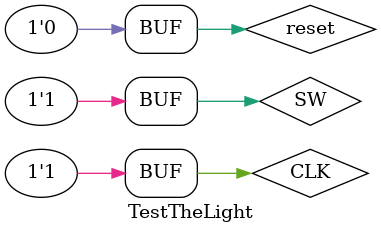
<source format=v>
`timescale 1ns / 1ps


module TestTheLight;

	// Inputs
	reg CLK;
	reg SW;
	reg reset;

	// Outputs
	wire out1;
	wire out2;
	wire out3;
	wire out4;
	wire out5;

	// Instantiate the Unit Under Test (UUT)
	TrafficLightModule uut (
		.CLK(CLK), 
		.SW(SW), 
		.reset(reset), 
		.out1(out1), 
		.out2(out2), 
		.out3(out3), 
		.out4(out4), 
		.out5(out5)
	);

	always begin 
		CLK = 0;
		#50;
		CLK = 1;
		#50;
	end

	initial begin

		SW    = 1;
		reset = 0;
	

	end
      
endmodule


</source>
